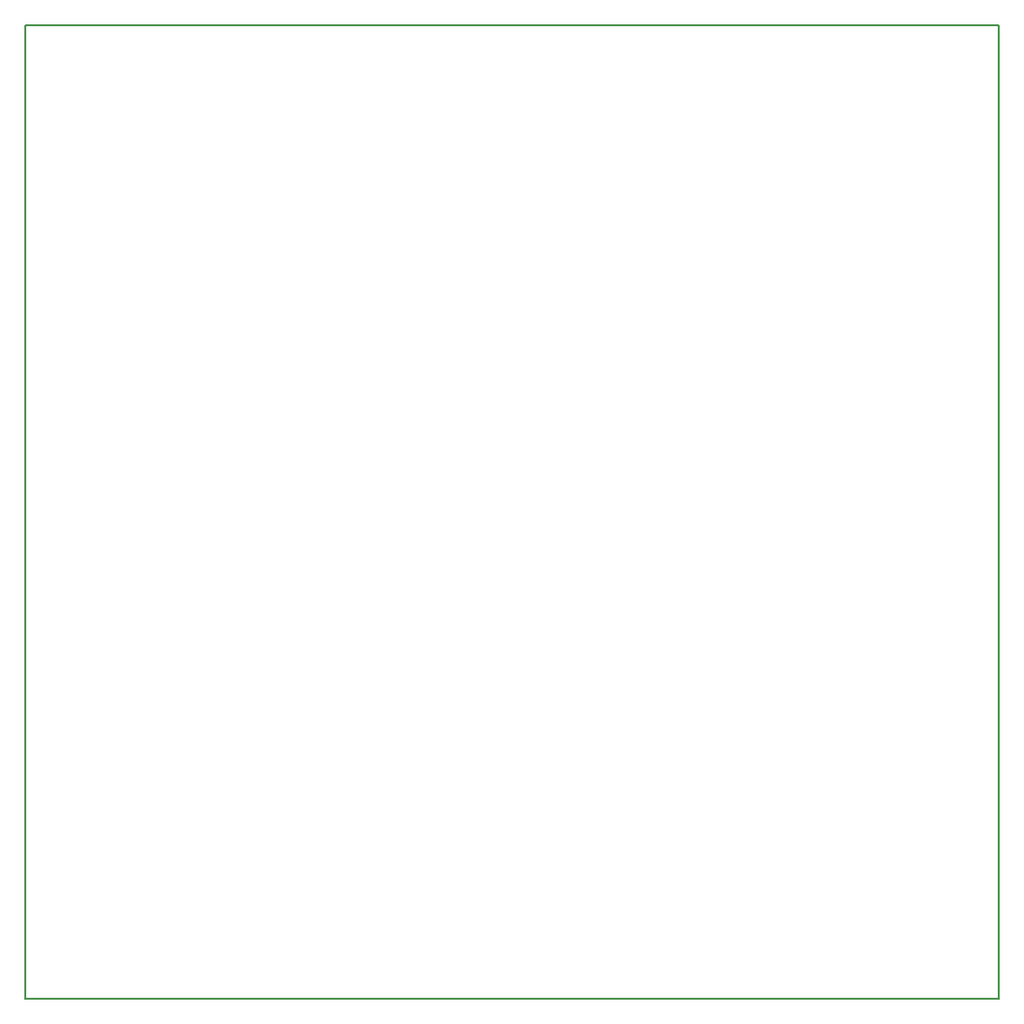
<source format=gbo>
G04 MADE WITH FRITZING*
G04 WWW.FRITZING.ORG*
G04 DOUBLE SIDED*
G04 HOLES PLATED*
G04 CONTOUR ON CENTER OF CONTOUR VECTOR*
%ASAXBY*%
%FSLAX23Y23*%
%MOIN*%
%OFA0B0*%
%SFA1.0B1.0*%
%ADD10R,3.346460X3.346460X3.330460X3.330460*%
%ADD11C,0.008000*%
%LNSILK0*%
G90*
G70*
G54D11*
X4Y3342D02*
X3342Y3342D01*
X3342Y4D01*
X4Y4D01*
X4Y3342D01*
D02*
G04 End of Silk0*
M02*
</source>
